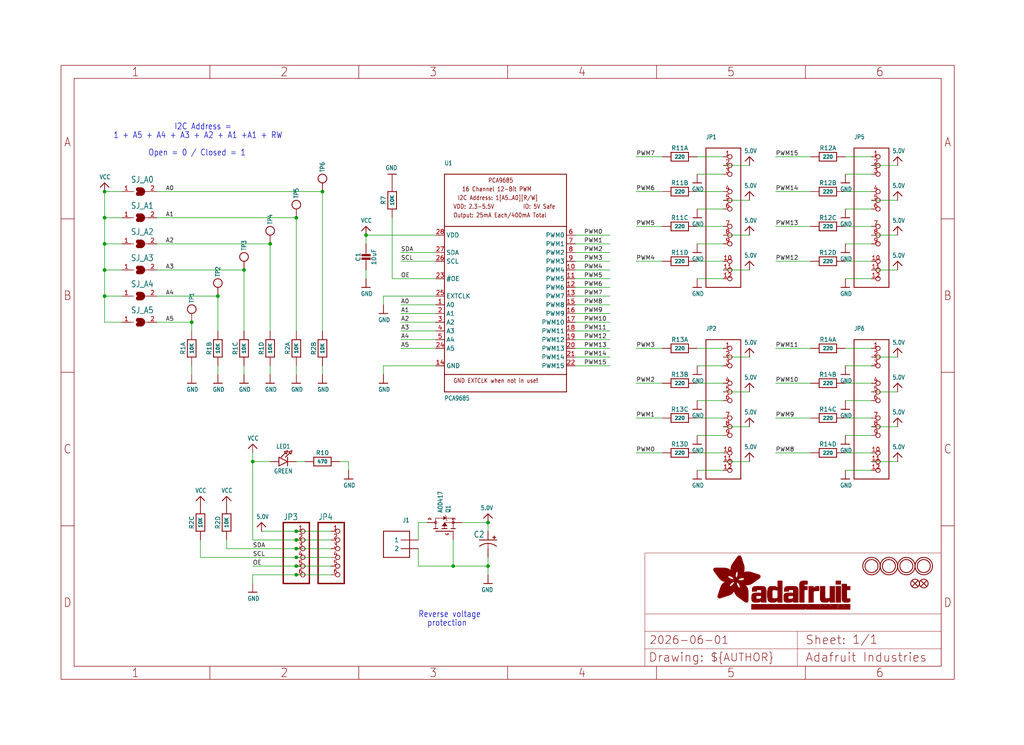
<source format=kicad_sch>
(kicad_sch (version 20230121) (generator eeschema)
  (paper "User" 298.45 217.322)
  (lib_symbols
    (symbol "Adafruit PCA9685 rev C-eagle-import:5.0V" (power)
      (property "Value" "5.0V" (at -1.524 1.016 0))
      (symbol "5.0V_1_0"
        (pin power_in line (at 0 -2.54 90) (length 2.54) (name "5.0V") (number "1"))
      )
    )
    (symbol "Adafruit PCA9685 rev C-eagle-import:CAP_CERAMIC0805-NOOUTLINE"
      (property "Reference" "C" (at -2.29 1.25 90))
      (symbol "CAP_CERAMIC0805-NOOUTLINE_1_0"
        (pin passive line (at 0 5.08 270) (length 2.54) (name "1") (number "1"))
        (pin passive line (at 0 -2.54 90) (length 2.54) (name "2") (number "2"))
      )
    )
    (symbol "Adafruit PCA9685 rev C-eagle-import:CPOL-USE3.5-8"
      (property "Reference" "C" (at 1.016 0.635 0))
      (symbol "CPOL-USE3.5-8_1_0"
        (pin passive line (at 0 2.54 270) (length 2.54) (name "+") (number "+"))
        (pin passive line (at 0 -5.08 90) (length 2.54) (name "-") (number "-"))
      )
    )
    (symbol "Adafruit PCA9685 rev C-eagle-import:FIDUCIAL{dblquote}{dblquote}")
    (symbol "Adafruit PCA9685 rev C-eagle-import:FRAME_A4_ADAFRUIT"
      (symbol "FRAME_A4_ADAFRUIT_1_0"
        (text "${#}/${##}" (at 230.505 10.16 0) (effects (font (size 2.54 2.54)) (justify left bottom)))
        (text "${AUTHOR}" (at 189.23 5.08 0) (effects (font (size 2.286 2.286)) (justify left bottom)))
        (text "${CURRENT_DATE}" (at 171.45 10.16 0) (effects (font (size 2.286 2.286)) (justify left bottom)))
        (text "${PROJECTNAME}" (at 171.45 15.24 0) (effects (font (size 2.54 2.54)) (justify left bottom)))
        (text "1" (at 21.6958 1.905 0) (effects (font (size 2.54 2.286))))
        (text "1" (at 21.6958 177.165 0) (effects (font (size 2.54 2.286))))
        (text "2" (at 65.0875 1.905 0) (effects (font (size 2.54 2.286))))
        (text "2" (at 65.0875 177.165 0) (effects (font (size 2.54 2.286))))
        (text "3" (at 108.4792 1.905 0) (effects (font (size 2.54 2.286))))
        (text "3" (at 108.4792 177.165 0) (effects (font (size 2.54 2.286))))
        (text "4" (at 151.8708 1.905 0) (effects (font (size 2.54 2.286))))
        (text "4" (at 151.8708 177.165 0) (effects (font (size 2.54 2.286))))
        (text "5" (at 195.2625 1.905 0) (effects (font (size 2.54 2.286))))
        (text "5" (at 195.2625 177.165 0) (effects (font (size 2.54 2.286))))
        (text "6" (at 238.6542 1.905 0) (effects (font (size 2.54 2.286))))
        (text "6" (at 238.6542 177.165 0) (effects (font (size 2.54 2.286))))
        (text "A" (at 1.905 156.6863 0) (effects (font (size 2.54 2.286))))
        (text "A" (at 258.445 156.6863 0) (effects (font (size 2.54 2.286))))
        (text "Adafruit Industries" (at 216.916 4.953 0) (effects (font (size 2.54 2.54)) (justify left bottom)))
        (text "B" (at 1.905 111.9188 0) (effects (font (size 2.54 2.286))))
        (text "B" (at 258.445 111.9188 0) (effects (font (size 2.54 2.286))))
        (text "C" (at 1.905 67.1513 0) (effects (font (size 2.54 2.286))))
        (text "C" (at 258.445 67.1513 0) (effects (font (size 2.54 2.286))))
        (text "D" (at 1.905 22.3838 0) (effects (font (size 2.54 2.286))))
        (text "D" (at 258.445 22.3838 0) (effects (font (size 2.54 2.286))))
        (text "Drawing:" (at 171.196 4.953 0) (effects (font (size 2.54 2.54)) (justify left bottom)))
        (text "Sheet:" (at 216.916 10.033 0) (effects (font (size 2.54 2.54)) (justify left bottom)))
      )
    )
    (symbol "Adafruit PCA9685 rev C-eagle-import:GND" (power)
      (property "Value" "GND" (at -1.524 -2.54 0))
      (symbol "GND_1_0"
        (pin power_in line (at 0 2.54 270) (length 2.54) (name "GND") (number "1"))
      )
    )
    (symbol "Adafruit PCA9685 rev C-eagle-import:HEADER-3X04"
      (property "Reference" "JP" (at -5.08 22.86 0))
      (symbol "HEADER-3X04_1_0"
        (pin passive inverted (at 0 17.78 0) (length 2.54) (name "1") (number "1"))
        (pin passive inverted (at 0 -12.7 0) (length 2.54) (name "10") (number "10"))
        (pin passive inverted (at 0 -15.24 0) (length 2.54) (name "11") (number "11"))
        (pin passive inverted (at 0 -17.78 0) (length 2.54) (name "12") (number "12"))
        (pin passive inverted (at 0 15.24 0) (length 2.54) (name "2") (number "2"))
        (pin passive inverted (at 0 12.7 0) (length 2.54) (name "3") (number "3"))
        (pin passive inverted (at 0 7.62 0) (length 2.54) (name "4") (number "4"))
        (pin passive inverted (at 0 5.08 0) (length 2.54) (name "5") (number "5"))
        (pin passive inverted (at 0 2.54 0) (length 2.54) (name "6") (number "6"))
        (pin passive inverted (at 0 -2.54 0) (length 2.54) (name "7") (number "7"))
        (pin passive inverted (at 0 -5.08 0) (length 2.54) (name "8") (number "8"))
        (pin passive inverted (at 0 -7.62 0) (length 2.54) (name "9") (number "9"))
      )
    )
    (symbol "Adafruit PCA9685 rev C-eagle-import:LED0805_NOOUTLINE"
      (property "Reference" "D" (at -1.27 4.445 0))
      (symbol "LED0805_NOOUTLINE_1_0"
        (pin passive line (at -5.08 0 0) (length 2.54) (name "A") (number "A"))
        (pin passive line (at 2.54 0 180) (length 2.54) (name "C") (number "C"))
      )
    )
    (symbol "Adafruit PCA9685 rev C-eagle-import:MOSFET-PTO252"
      (property "Reference" "Q" (at 2.794 0.381 0))
      (symbol "MOSFET-PTO252_1_0"
        (text "D" (at 0.635 -3.81 0) (effects (font (size 0.8128 0.6908)) (justify left bottom)))
        (text "G" (at -3.81 1.27 0) (effects (font (size 0.8128 0.6908)) (justify left bottom)))
        (text "S" (at 0.635 3.175 0) (effects (font (size 0.8128 0.6908)) (justify left bottom)))
        (pin passive line (at -5.08 2.54 0) (length 2.54) (name "G") (number "1"))
        (pin passive line (at 0 5.08 270) (length 2.54) (name "S") (number "2"))
        (pin passive line (at 0 -5.08 90) (length 2.54) (name "D") (number "3"))
      )
    )
    (symbol "Adafruit PCA9685 rev C-eagle-import:MOUNTINGHOLE2.5")
    (symbol "Adafruit PCA9685 rev C-eagle-import:PCA9685"
      (property "Reference" "U" (at -17.78 35.56 0))
      (symbol "PCA9685_1_0"
        (text "16 Channel 12-Bit PWM" (at -12.7 27.94 0) (effects (font (size 1.27 1.0795)) (justify left bottom)))
        (text "GND EXTCLK when not in use!" (at -15.24 -27.94 0) (effects (font (size 1.27 1.0795)) (justify left bottom)))
        (text "I2C Address: 1[A5..A0][R/W]" (at -13.97 25.4 0) (effects (font (size 1.27 1.0795)) (justify left bottom)))
        (text "IO: 5V Safe" (at 5.08 22.86 0) (effects (font (size 1.27 1.0795)) (justify left bottom)))
        (text "Output: 25mA Each/400mA Total" (at -15.24 20.32 0) (effects (font (size 1.27 1.0795)) (justify left bottom)))
        (text "PCA9685" (at -5.08 30.48 0) (effects (font (size 1.27 1.0795)) (justify left bottom)))
        (text "VDD: 2.3-5.5V" (at -15.24 22.86 0) (effects (font (size 1.27 1.0795)) (justify left bottom)))
        (pin bidirectional line (at -20.32 -5.08 0) (length 2.54) (name "A0") (number "1"))
        (pin output line (at 20.32 5.08 180) (length 2.54) (name "PWM4") (number "10"))
        (pin output line (at 20.32 2.54 180) (length 2.54) (name "PWM5") (number "11"))
        (pin output line (at 20.32 0 180) (length 2.54) (name "PWM6") (number "12"))
        (pin output line (at 20.32 -2.54 180) (length 2.54) (name "PWM7") (number "13"))
        (pin power_in line (at -20.32 -22.86 0) (length 2.54) (name "GND") (number "14"))
        (pin output line (at 20.32 -5.08 180) (length 2.54) (name "PWM8") (number "15"))
        (pin output line (at 20.32 -7.62 180) (length 2.54) (name "PWM9") (number "16"))
        (pin output line (at 20.32 -10.16 180) (length 2.54) (name "PWM10") (number "17"))
        (pin output line (at 20.32 -12.7 180) (length 2.54) (name "PWM11") (number "18"))
        (pin output line (at 20.32 -15.24 180) (length 2.54) (name "PWM12") (number "19"))
        (pin bidirectional line (at -20.32 -7.62 0) (length 2.54) (name "A1") (number "2"))
        (pin output line (at 20.32 -17.78 180) (length 2.54) (name "PWM13") (number "20"))
        (pin output line (at 20.32 -20.32 180) (length 2.54) (name "PWM14") (number "21"))
        (pin output line (at 20.32 -22.86 180) (length 2.54) (name "PWM15") (number "22"))
        (pin input line (at -20.32 2.54 0) (length 2.54) (name "#OE") (number "23"))
        (pin bidirectional line (at -20.32 -17.78 0) (length 2.54) (name "A5") (number "24"))
        (pin input line (at -20.32 -2.54 0) (length 2.54) (name "EXTCLK") (number "25"))
        (pin bidirectional line (at -20.32 7.62 0) (length 2.54) (name "SCL") (number "26"))
        (pin bidirectional line (at -20.32 10.16 0) (length 2.54) (name "SDA") (number "27"))
        (pin power_in line (at -20.32 15.24 0) (length 2.54) (name "VDD") (number "28"))
        (pin bidirectional line (at -20.32 -10.16 0) (length 2.54) (name "A2") (number "3"))
        (pin bidirectional line (at -20.32 -12.7 0) (length 2.54) (name "A3") (number "4"))
        (pin bidirectional line (at -20.32 -15.24 0) (length 2.54) (name "A4") (number "5"))
        (pin output line (at 20.32 15.24 180) (length 2.54) (name "PWM0") (number "6"))
        (pin output line (at 20.32 12.7 180) (length 2.54) (name "PWM1") (number "7"))
        (pin output line (at 20.32 10.16 180) (length 2.54) (name "PWM2") (number "8"))
        (pin output line (at 20.32 7.62 180) (length 2.54) (name "PWM3") (number "9"))
      )
    )
    (symbol "Adafruit PCA9685 rev C-eagle-import:PINHD-1X6CB"
      (property "Reference" "JP" (at -6.35 10.795 0))
      (symbol "PINHD-1X6CB_1_0"
        (pin passive inverted (at -2.54 7.62 0) (length 2.54) (name "1") (number "1"))
        (pin passive inverted (at -2.54 5.08 0) (length 2.54) (name "2") (number "2"))
        (pin passive inverted (at -2.54 2.54 0) (length 2.54) (name "3") (number "3"))
        (pin passive inverted (at -2.54 0 0) (length 2.54) (name "4") (number "4"))
        (pin passive inverted (at -2.54 -2.54 0) (length 2.54) (name "5") (number "5"))
        (pin passive inverted (at -2.54 -5.08 0) (length 2.54) (name "6") (number "6"))
      )
    )
    (symbol "Adafruit PCA9685 rev C-eagle-import:RESISTOR0805_NOOUTLINE"
      (property "Reference" "R" (at 0 2.54 0))
      (symbol "RESISTOR0805_NOOUTLINE_1_0"
        (pin passive line (at -5.08 0 0) (length 2.54) (name "1") (number "1"))
        (pin passive line (at 5.08 0 180) (length 2.54) (name "2") (number "2"))
      )
    )
    (symbol "Adafruit PCA9685 rev C-eagle-import:RESISTOR_0805MP"
      (property "Reference" "R" (at 0 2.54 0))
      (symbol "RESISTOR_0805MP_1_0"
        (pin passive line (at -5.08 0 0) (length 2.54) (name "1") (number "1"))
        (pin passive line (at 5.08 0 180) (length 2.54) (name "2") (number "2"))
      )
    )
    (symbol "Adafruit PCA9685 rev C-eagle-import:RESISTOR_4PACK"
      (property "Reference" "R" (at 0 2.54 0))
      (symbol "RESISTOR_4PACK_1_0"
        (pin passive line (at -5.08 0 0) (length 2.54) (name "1") (number "1"))
        (pin passive line (at 5.08 0 180) (length 2.54) (name "2") (number "8"))
      )
      (symbol "RESISTOR_4PACK_2_0"
        (pin passive line (at -5.08 0 0) (length 2.54) (name "1") (number "2"))
        (pin passive line (at 5.08 0 180) (length 2.54) (name "2") (number "7"))
      )
      (symbol "RESISTOR_4PACK_3_0"
        (pin passive line (at -5.08 0 0) (length 2.54) (name "1") (number "3"))
        (pin passive line (at 5.08 0 180) (length 2.54) (name "2") (number "6"))
      )
      (symbol "RESISTOR_4PACK_4_0"
        (pin passive line (at -5.08 0 0) (length 2.54) (name "1") (number "4"))
        (pin passive line (at 5.08 0 180) (length 2.54) (name "2") (number "5"))
      )
    )
    (symbol "Adafruit PCA9685 rev C-eagle-import:SOLDERJUMPERREFLOW_NOPASTE"
      (property "Reference" "SJ" (at -2.54 2.54 0))
      (symbol "SOLDERJUMPERREFLOW_NOPASTE_1_0"
        (pin passive line (at -5.08 0 0) (length 2.54) (name "1") (number "1"))
        (pin passive line (at 5.08 0 180) (length 2.54) (name "2") (number "2"))
      )
    )
    (symbol "Adafruit PCA9685 rev C-eagle-import:TERMBLOCK_1X2"
      (property "Reference" "X" (at -2.54 7.62 0))
      (symbol "TERMBLOCK_1X2_1_0"
        (pin passive line (at -5.08 2.54 0) (length 5.08) (name "1") (number "1"))
        (pin passive line (at -5.08 0 0) (length 5.08) (name "2") (number "2"))
      )
    )
    (symbol "Adafruit PCA9685 rev C-eagle-import:TESTPOINTROUND1MM"
      (property "Reference" "TP" (at 0 5.588 90))
      (symbol "TESTPOINTROUND1MM_1_0"
        (pin bidirectional line (at 0 0 90) (length 2.54) (name "P$1") (number "P$1"))
      )
    )
    (symbol "Adafruit PCA9685 rev C-eagle-import:VCC" (power)
      (property "Value" "VCC" (at -1.524 1.016 0))
      (symbol "VCC_1_0"
        (pin power_in line (at 0 -2.54 90) (length 2.54) (name "VCC") (number "1"))
      )
    )
  )
  (junction (at 86.36 162.56))
  (junction (at 142.24 165.1))
  (junction (at 132.08 165.1))
  (junction (at 71.12 78.74))
  (junction (at 86.36 167.64))
  (junction (at 86.36 157.48))
  (junction (at 78.74 71.12))
  (junction (at 63.5 86.36))
  (junction (at 55.88 93.98))
  (junction (at 30.48 78.74))
  (junction (at 106.68 68.58))
  (junction (at 86.36 165.1))
  (junction (at 30.48 86.36))
  (junction (at 30.48 63.5))
  (junction (at 86.36 63.5))
  (junction (at 142.24 152.4))
  (junction (at 86.36 154.94))
  (junction (at 30.48 71.12))
  (junction (at 73.66 134.62))
  (junction (at 30.48 55.88))
  (junction (at 86.36 160.02))
  (junction (at 93.98 55.88))
  (wire (pts (xy 210.82 48.26) (xy 218.44 48.26)) (stroke (width 0.1524)))
  (wire (pts (xy 254 137.16) (xy 246.38 137.16)) (stroke (width 0.1524)))
  (wire (pts (xy 71.12 78.74) (xy 71.12 96.52)) (stroke (width 0.1524)))
  (wire (pts (xy 127 101.6) (xy 116.84 101.6)) (stroke (width 0.1524)))
  (wire (pts (xy 127 99.06) (xy 116.84 99.06)) (stroke (width 0.1524)))
  (wire (pts (xy 86.36 134.62) (xy 88.9 134.62)) (stroke (width 0.1524)))
  (wire (pts (xy 193.04 121.92) (xy 185.42 121.92)) (stroke (width 0.1524)))
  (wire (pts (xy 203.2 66.04) (xy 210.82 66.04)) (stroke (width 0.1524)))
  (wire (pts (xy 167.64 78.74) (xy 177.8 78.74)) (stroke (width 0.1524)))
  (wire (pts (xy 121.92 165.1) (xy 121.92 160.02)) (stroke (width 0.1524)))
  (wire (pts (xy 167.64 81.28) (xy 177.8 81.28)) (stroke (width 0.1524)))
  (wire (pts (xy 78.74 106.68) (xy 78.74 109.22)) (stroke (width 0.1524)))
  (wire (pts (xy 210.82 116.84) (xy 203.2 116.84)) (stroke (width 0.1524)))
  (wire (pts (xy 193.04 76.2) (xy 185.42 76.2)) (stroke (width 0.1524)))
  (wire (pts (xy 167.64 76.2) (xy 177.8 76.2)) (stroke (width 0.1524)))
  (wire (pts (xy 30.48 86.36) (xy 30.48 78.74)) (stroke (width 0.1524)))
  (wire (pts (xy 254 106.68) (xy 246.38 106.68)) (stroke (width 0.1524)))
  (wire (pts (xy 167.64 93.98) (xy 177.8 93.98)) (stroke (width 0.1524)))
  (wire (pts (xy 35.56 78.74) (xy 30.48 78.74)) (stroke (width 0.1524)))
  (wire (pts (xy 142.24 165.1) (xy 142.24 167.64)) (stroke (width 0.1524)))
  (wire (pts (xy 106.68 68.58) (xy 127 68.58)) (stroke (width 0.1524)))
  (wire (pts (xy 236.22 121.92) (xy 226.06 121.92)) (stroke (width 0.1524)))
  (wire (pts (xy 55.88 93.98) (xy 55.88 96.52)) (stroke (width 0.1524)))
  (wire (pts (xy 73.66 157.48) (xy 73.66 134.62)) (stroke (width 0.1524)))
  (wire (pts (xy 254 68.58) (xy 261.62 68.58)) (stroke (width 0.1524)))
  (wire (pts (xy 193.04 45.72) (xy 185.42 45.72)) (stroke (width 0.1524)))
  (wire (pts (xy 96.52 160.02) (xy 86.36 160.02)) (stroke (width 0.1524)))
  (wire (pts (xy 132.08 157.48) (xy 132.08 165.1)) (stroke (width 0.1524)))
  (wire (pts (xy 127 73.66) (xy 116.84 73.66)) (stroke (width 0.1524)))
  (wire (pts (xy 134.62 152.4) (xy 142.24 152.4)) (stroke (width 0.1524)))
  (wire (pts (xy 55.88 106.68) (xy 55.88 109.22)) (stroke (width 0.1524)))
  (wire (pts (xy 142.24 152.4) (xy 142.24 154.94)) (stroke (width 0.1524)))
  (wire (pts (xy 167.64 101.6) (xy 177.8 101.6)) (stroke (width 0.1524)))
  (wire (pts (xy 254 78.74) (xy 261.62 78.74)) (stroke (width 0.1524)))
  (wire (pts (xy 246.38 111.76) (xy 254 111.76)) (stroke (width 0.1524)))
  (wire (pts (xy 210.82 104.14) (xy 218.44 104.14)) (stroke (width 0.1524)))
  (wire (pts (xy 246.38 66.04) (xy 254 66.04)) (stroke (width 0.1524)))
  (wire (pts (xy 167.64 68.58) (xy 177.8 68.58)) (stroke (width 0.1524)))
  (wire (pts (xy 127 96.52) (xy 116.84 96.52)) (stroke (width 0.1524)))
  (wire (pts (xy 96.52 167.64) (xy 86.36 167.64)) (stroke (width 0.1524)))
  (wire (pts (xy 96.52 157.48) (xy 86.36 157.48)) (stroke (width 0.1524)))
  (wire (pts (xy 142.24 165.1) (xy 132.08 165.1)) (stroke (width 0.1524)))
  (wire (pts (xy 246.38 45.72) (xy 254 45.72)) (stroke (width 0.1524)))
  (wire (pts (xy 167.64 86.36) (xy 177.8 86.36)) (stroke (width 0.1524)))
  (wire (pts (xy 210.82 50.8) (xy 203.2 50.8)) (stroke (width 0.1524)))
  (wire (pts (xy 254 58.42) (xy 261.62 58.42)) (stroke (width 0.1524)))
  (wire (pts (xy 203.2 121.92) (xy 210.82 121.92)) (stroke (width 0.1524)))
  (wire (pts (xy 114.3 81.28) (xy 114.3 63.5)) (stroke (width 0.1524)))
  (wire (pts (xy 93.98 55.88) (xy 93.98 96.52)) (stroke (width 0.1524)))
  (wire (pts (xy 111.76 106.68) (xy 111.76 109.22)) (stroke (width 0.1524)))
  (wire (pts (xy 236.22 45.72) (xy 226.06 45.72)) (stroke (width 0.1524)))
  (wire (pts (xy 185.42 55.88) (xy 193.04 55.88)) (stroke (width 0.1524)))
  (wire (pts (xy 210.82 58.42) (xy 218.44 58.42)) (stroke (width 0.1524)))
  (wire (pts (xy 96.52 162.56) (xy 86.36 162.56)) (stroke (width 0.1524)))
  (wire (pts (xy 86.36 63.5) (xy 86.36 96.52)) (stroke (width 0.1524)))
  (wire (pts (xy 210.82 106.68) (xy 203.2 106.68)) (stroke (width 0.1524)))
  (wire (pts (xy 30.48 93.98) (xy 30.48 86.36)) (stroke (width 0.1524)))
  (wire (pts (xy 254 114.3) (xy 261.62 114.3)) (stroke (width 0.1524)))
  (wire (pts (xy 45.72 78.74) (xy 71.12 78.74)) (stroke (width 0.1524)))
  (wire (pts (xy 106.68 78.74) (xy 106.68 81.28)) (stroke (width 0.1524)))
  (wire (pts (xy 210.82 124.46) (xy 218.44 124.46)) (stroke (width 0.1524)))
  (wire (pts (xy 167.64 96.52) (xy 177.8 96.52)) (stroke (width 0.1524)))
  (wire (pts (xy 66.04 160.02) (xy 66.04 157.48)) (stroke (width 0.1524)))
  (wire (pts (xy 127 93.98) (xy 116.84 93.98)) (stroke (width 0.1524)))
  (wire (pts (xy 86.36 154.94) (xy 96.52 154.94)) (stroke (width 0.1524)))
  (wire (pts (xy 193.04 66.04) (xy 185.42 66.04)) (stroke (width 0.1524)))
  (wire (pts (xy 203.2 76.2) (xy 210.82 76.2)) (stroke (width 0.1524)))
  (wire (pts (xy 203.2 55.88) (xy 210.82 55.88)) (stroke (width 0.1524)))
  (wire (pts (xy 35.56 63.5) (xy 30.48 63.5)) (stroke (width 0.1524)))
  (wire (pts (xy 76.2 154.94) (xy 86.36 154.94)) (stroke (width 0.1524)))
  (wire (pts (xy 35.56 55.88) (xy 30.48 55.88)) (stroke (width 0.1524)))
  (wire (pts (xy 73.66 167.64) (xy 73.66 170.18)) (stroke (width 0.1524)))
  (wire (pts (xy 210.82 81.28) (xy 203.2 81.28)) (stroke (width 0.1524)))
  (wire (pts (xy 86.36 162.56) (xy 58.42 162.56)) (stroke (width 0.1524)))
  (wire (pts (xy 30.48 78.74) (xy 30.48 71.12)) (stroke (width 0.1524)))
  (wire (pts (xy 210.82 114.3) (xy 218.44 114.3)) (stroke (width 0.1524)))
  (wire (pts (xy 246.38 55.88) (xy 254 55.88)) (stroke (width 0.1524)))
  (wire (pts (xy 73.66 134.62) (xy 73.66 132.08)) (stroke (width 0.1524)))
  (wire (pts (xy 246.38 132.08) (xy 254 132.08)) (stroke (width 0.1524)))
  (wire (pts (xy 254 127) (xy 246.38 127)) (stroke (width 0.1524)))
  (wire (pts (xy 203.2 45.72) (xy 210.82 45.72)) (stroke (width 0.1524)))
  (wire (pts (xy 30.48 71.12) (xy 30.48 63.5)) (stroke (width 0.1524)))
  (wire (pts (xy 210.82 137.16) (xy 203.2 137.16)) (stroke (width 0.1524)))
  (wire (pts (xy 210.82 68.58) (xy 218.44 68.58)) (stroke (width 0.1524)))
  (wire (pts (xy 210.82 78.74) (xy 218.44 78.74)) (stroke (width 0.1524)))
  (wire (pts (xy 121.92 152.4) (xy 121.92 157.48)) (stroke (width 0.1524)))
  (wire (pts (xy 78.74 71.12) (xy 78.74 96.52)) (stroke (width 0.1524)))
  (wire (pts (xy 254 50.8) (xy 246.38 50.8)) (stroke (width 0.1524)))
  (wire (pts (xy 236.22 55.88) (xy 226.06 55.88)) (stroke (width 0.1524)))
  (wire (pts (xy 254 134.62) (xy 261.62 134.62)) (stroke (width 0.1524)))
  (wire (pts (xy 45.72 71.12) (xy 78.74 71.12)) (stroke (width 0.1524)))
  (wire (pts (xy 167.64 71.12) (xy 177.8 71.12)) (stroke (width 0.1524)))
  (wire (pts (xy 193.04 111.76) (xy 185.42 111.76)) (stroke (width 0.1524)))
  (wire (pts (xy 167.64 106.68) (xy 177.8 106.68)) (stroke (width 0.1524)))
  (wire (pts (xy 127 81.28) (xy 114.3 81.28)) (stroke (width 0.1524)))
  (wire (pts (xy 254 124.46) (xy 261.62 124.46)) (stroke (width 0.1524)))
  (wire (pts (xy 203.2 101.6) (xy 210.82 101.6)) (stroke (width 0.1524)))
  (wire (pts (xy 167.64 83.82) (xy 177.8 83.82)) (stroke (width 0.1524)))
  (wire (pts (xy 45.72 55.88) (xy 93.98 55.88)) (stroke (width 0.1524)))
  (wire (pts (xy 246.38 101.6) (xy 254 101.6)) (stroke (width 0.1524)))
  (wire (pts (xy 127 91.44) (xy 116.84 91.44)) (stroke (width 0.1524)))
  (wire (pts (xy 203.2 132.08) (xy 210.82 132.08)) (stroke (width 0.1524)))
  (wire (pts (xy 86.36 165.1) (xy 73.66 165.1)) (stroke (width 0.1524)))
  (wire (pts (xy 210.82 60.96) (xy 203.2 60.96)) (stroke (width 0.1524)))
  (wire (pts (xy 127 106.68) (xy 111.76 106.68)) (stroke (width 0.1524)))
  (wire (pts (xy 236.22 132.08) (xy 226.06 132.08)) (stroke (width 0.1524)))
  (wire (pts (xy 111.76 86.36) (xy 111.76 88.9)) (stroke (width 0.1524)))
  (wire (pts (xy 203.2 111.76) (xy 210.82 111.76)) (stroke (width 0.1524)))
  (wire (pts (xy 193.04 132.08) (xy 185.42 132.08)) (stroke (width 0.1524)))
  (wire (pts (xy 71.12 106.68) (xy 71.12 109.22)) (stroke (width 0.1524)))
  (wire (pts (xy 254 81.28) (xy 246.38 81.28)) (stroke (width 0.1524)))
  (wire (pts (xy 254 60.96) (xy 246.38 60.96)) (stroke (width 0.1524)))
  (wire (pts (xy 96.52 165.1) (xy 86.36 165.1)) (stroke (width 0.1524)))
  (wire (pts (xy 73.66 134.62) (xy 78.74 134.62)) (stroke (width 0.1524)))
  (wire (pts (xy 45.72 63.5) (xy 86.36 63.5)) (stroke (width 0.1524)))
  (wire (pts (xy 193.04 101.6) (xy 185.42 101.6)) (stroke (width 0.1524)))
  (wire (pts (xy 127 88.9) (xy 116.84 88.9)) (stroke (width 0.1524)))
  (wire (pts (xy 167.64 88.9) (xy 177.8 88.9)) (stroke (width 0.1524)))
  (wire (pts (xy 99.06 134.62) (xy 101.6 134.62)) (stroke (width 0.1524)))
  (wire (pts (xy 86.36 167.64) (xy 73.66 167.64)) (stroke (width 0.1524)))
  (wire (pts (xy 132.08 165.1) (xy 121.92 165.1)) (stroke (width 0.1524)))
  (wire (pts (xy 210.82 127) (xy 203.2 127)) (stroke (width 0.1524)))
  (wire (pts (xy 127 86.36) (xy 111.76 86.36)) (stroke (width 0.1524)))
  (wire (pts (xy 254 116.84) (xy 246.38 116.84)) (stroke (width 0.1524)))
  (wire (pts (xy 167.64 104.14) (xy 177.8 104.14)) (stroke (width 0.1524)))
  (wire (pts (xy 236.22 76.2) (xy 226.06 76.2)) (stroke (width 0.1524)))
  (wire (pts (xy 167.64 73.66) (xy 177.8 73.66)) (stroke (width 0.1524)))
  (wire (pts (xy 30.48 63.5) (xy 30.48 55.88)) (stroke (width 0.1524)))
  (wire (pts (xy 35.56 93.98) (xy 30.48 93.98)) (stroke (width 0.1524)))
  (wire (pts (xy 63.5 106.68) (xy 63.5 109.22)) (stroke (width 0.1524)))
  (wire (pts (xy 142.24 162.56) (xy 142.24 165.1)) (stroke (width 0.1524)))
  (wire (pts (xy 86.36 106.68) (xy 86.36 109.22)) (stroke (width 0.1524)))
  (wire (pts (xy 236.22 101.6) (xy 226.06 101.6)) (stroke (width 0.1524)))
  (wire (pts (xy 127 76.2) (xy 116.84 76.2)) (stroke (width 0.1524)))
  (wire (pts (xy 86.36 157.48) (xy 73.66 157.48)) (stroke (width 0.1524)))
  (wire (pts (xy 254 48.26) (xy 261.62 48.26)) (stroke (width 0.1524)))
  (wire (pts (xy 246.38 121.92) (xy 254 121.92)) (stroke (width 0.1524)))
  (wire (pts (xy 101.6 134.62) (xy 101.6 137.16)) (stroke (width 0.1524)))
  (wire (pts (xy 86.36 160.02) (xy 66.04 160.02)) (stroke (width 0.1524)))
  (wire (pts (xy 254 71.12) (xy 246.38 71.12)) (stroke (width 0.1524)))
  (wire (pts (xy 106.68 68.58) (xy 106.68 71.12)) (stroke (width 0.1524)))
  (wire (pts (xy 236.22 111.76) (xy 226.06 111.76)) (stroke (width 0.1524)))
  (wire (pts (xy 167.64 99.06) (xy 177.8 99.06)) (stroke (width 0.1524)))
  (wire (pts (xy 93.98 106.68) (xy 93.98 109.22)) (stroke (width 0.1524)))
  (wire (pts (xy 236.22 66.04) (xy 226.06 66.04)) (stroke (width 0.1524)))
  (wire (pts (xy 63.5 86.36) (xy 63.5 96.52)) (stroke (width 0.1524)))
  (wire (pts (xy 124.46 152.4) (xy 121.92 152.4)) (stroke (width 0.1524)))
  (wire (pts (xy 167.64 91.44) (xy 177.8 91.44)) (stroke (width 0.1524)))
  (wire (pts (xy 45.72 93.98) (xy 55.88 93.98)) (stroke (width 0.1524)))
  (wire (pts (xy 210.82 134.62) (xy 218.44 134.62)) (stroke (width 0.1524)))
  (wire (pts (xy 35.56 71.12) (xy 30.48 71.12)) (stroke (width 0.1524)))
  (wire (pts (xy 58.42 162.56) (xy 58.42 157.48)) (stroke (width 0.1524)))
  (wire (pts (xy 35.56 86.36) (xy 30.48 86.36)) (stroke (width 0.1524)))
  (wire (pts (xy 210.82 71.12) (xy 203.2 71.12)) (stroke (width 0.1524)))
  (wire (pts (xy 254 104.14) (xy 261.62 104.14)) (stroke (width 0.1524)))
  (wire (pts (xy 246.38 76.2) (xy 254 76.2)) (stroke (width 0.1524)))
  (wire (pts (xy 45.72 86.36) (xy 63.5 86.36)) (stroke (width 0.1524)))
  (text "I2C Address =" (at 50.8 38.1 0) (effects (font (size 1.778 1.5113)) (justify left bottom)))
  (text "Reverse voltage" (at 121.92 180.34 0) (effects (font (size 1.778 1.5113)) (justify left bottom)))
  (text "Open = 0 / Closed = 1" (at 43.18 45.72 0) (effects (font (size 1.778 1.5113)) (justify left bottom)))
  (text "1 + A5 + A4 + A3 + A2 + A1 +A1 + RW" (at 33.02 40.64 0) (effects (font (size 1.778 1.5113)) (justify left bottom)))
  (text "protection" (at 124.46 182.88 0) (effects (font (size 1.778 1.5113)) (justify left bottom)))
  (label "PWM7" (at 170.18 86.36 0) (effects (font (size 1.2446 1.2446))))
  (label "PWM8" (at 226.06 132.08 0) (effects (font (size 1.2446 1.2446))))
  (label "PWM6" (at 170.18 83.82 0) (effects (font (size 1.2446 1.2446))))
  (label "A4" (at 116.84 99.06 0) (effects (font (size 1.2446 1.2446))))
  (label "A1" (at 116.84 91.44 0) (effects (font (size 1.2446 1.2446))))
  (label "PWM7" (at 185.42 45.72 0) (effects (font (size 1.2446 1.2446))))
  (label "A0" (at 48.26 55.88 0) (effects (font (size 1.2446 1.2446))))
  (label "PWM6" (at 185.42 55.88 0) (effects (font (size 1.2446 1.2446))))
  (label "SCL" (at 116.84 76.2 0) (effects (font (size 1.2446 1.2446))))
  (label "PWM9" (at 170.18 91.44 0) (effects (font (size 1.2446 1.2446))))
  (label "SDA" (at 116.84 73.66 0) (effects (font (size 1.2446 1.2446))))
  (label "SCL" (at 73.66 162.56 0) (effects (font (size 1.2446 1.2446))))
  (label "PWM10" (at 170.18 93.98 0) (effects (font (size 1.2446 1.2446))))
  (label "A3" (at 116.84 96.52 0) (effects (font (size 1.2446 1.2446))))
  (label "PWM5" (at 170.18 81.28 0) (effects (font (size 1.2446 1.2446))))
  (label "PWM5" (at 185.42 66.04 0) (effects (font (size 1.2446 1.2446))))
  (label "A4" (at 48.26 86.36 0) (effects (font (size 1.2446 1.2446))))
  (label "PWM3" (at 185.42 101.6 0) (effects (font (size 1.2446 1.2446))))
  (label "PWM2" (at 185.42 111.76 0) (effects (font (size 1.2446 1.2446))))
  (label "A5" (at 48.26 93.98 0) (effects (font (size 1.2446 1.2446))))
  (label "A1" (at 48.26 63.5 0) (effects (font (size 1.2446 1.2446))))
  (label "PWM15" (at 170.18 106.68 0) (effects (font (size 1.2446 1.2446))))
  (label "PWM14" (at 226.06 55.88 0) (effects (font (size 1.2446 1.2446))))
  (label "PWM0" (at 185.42 132.08 0) (effects (font (size 1.2446 1.2446))))
  (label "OE" (at 73.66 165.1 0) (effects (font (size 1.2446 1.2446))))
  (label "PWM0" (at 170.18 68.58 0) (effects (font (size 1.2446 1.2446))))
  (label "PWM4" (at 170.18 78.74 0) (effects (font (size 1.2446 1.2446))))
  (label "PWM12" (at 226.06 76.2 0) (effects (font (size 1.2446 1.2446))))
  (label "SDA" (at 73.66 160.02 0) (effects (font (size 1.2446 1.2446))))
  (label "PWM11" (at 170.18 96.52 0) (effects (font (size 1.2446 1.2446))))
  (label "PWM13" (at 226.06 66.04 0) (effects (font (size 1.2446 1.2446))))
  (label "PWM12" (at 170.18 99.06 0) (effects (font (size 1.2446 1.2446))))
  (label "A2" (at 48.26 71.12 0) (effects (font (size 1.2446 1.2446))))
  (label "PWM9" (at 226.06 121.92 0) (effects (font (size 1.2446 1.2446))))
  (label "A5" (at 116.84 101.6 0) (effects (font (size 1.2446 1.2446))))
  (label "A2" (at 116.84 93.98 0) (effects (font (size 1.2446 1.2446))))
  (label "PWM2" (at 170.18 73.66 0) (effects (font (size 1.2446 1.2446))))
  (label "PWM1" (at 170.18 71.12 0) (effects (font (size 1.2446 1.2446))))
  (label "OE" (at 116.84 81.28 0) (effects (font (size 1.2446 1.2446))))
  (label "PWM1" (at 185.42 121.92 0) (effects (font (size 1.2446 1.2446))))
  (label "PWM13" (at 170.18 101.6 0) (effects (font (size 1.2446 1.2446))))
  (label "PWM14" (at 170.18 104.14 0) (effects (font (size 1.2446 1.2446))))
  (label "PWM4" (at 185.42 76.2 0) (effects (font (size 1.2446 1.2446))))
  (label "A0" (at 116.84 88.9 0) (effects (font (size 1.2446 1.2446))))
  (label "PWM15" (at 226.06 45.72 0) (effects (font (size 1.2446 1.2446))))
  (label "PWM11" (at 226.06 101.6 0) (effects (font (size 1.2446 1.2446))))
  (label "A3" (at 48.26 78.74 0) (effects (font (size 1.2446 1.2446))))
  (label "PWM10" (at 226.06 111.76 0) (effects (font (size 1.2446 1.2446))))
  (label "PWM8" (at 170.18 88.9 0) (effects (font (size 1.2446 1.2446))))
  (label "PWM3" (at 170.18 76.2 0) (effects (font (size 1.2446 1.2446))))
  (symbol (lib_id "Adafruit PCA9685 rev C-eagle-import:SOLDERJUMPERREFLOW_NOPASTE") (at 40.64 55.88 0) (unit 1)
    (property "Reference" "SJ_A0" (at 38.1 53.34 0) (effects (font (size 1.778 1.5113)) (justify left bottom)))
    (property "Value" "SOLDERJUMPERREFLOW_NOPASTE" (effects hide))
    (property "Footprint" "Adafruit PCA9685 rev C:SOLDERJUMPER_REFLOW_NOPASTE" (effects hide))
  )
  (symbol (lib_id "Adafruit PCA9685 rev C-eagle-import:VCC") (at 106.68 66.04 0) (unit 1)
    (property "Reference" "#P+7" (effects hide))
    (property "Value" "VCC" (at 105.156 65.024 0) (effects (font (size 1.27 1.0795)) (justify left bottom)))
  )
  (symbol (lib_id "Adafruit PCA9685 rev C-eagle-import:RESISTOR_4PACK") (at 198.12 66.04 0) (unit 3)
    (property "Reference" "R11" (at 198.12 63.5 0))
    (property "Value" "220" (at 198.12 66.04 0) (effects (font (size 1.016 1.016) bold)))
    (property "Footprint" "Adafruit PCA9685 rev C:RESPACK_4X0603" (effects hide))
  )
  (symbol (lib_id "Adafruit PCA9685 rev C-eagle-import:GND") (at 111.76 91.44 0) (unit 1)
    (property "Reference" "#U$34" (effects hide))
    (property "Value" "GND" (at 110.236 93.98 0) (effects (font (size 1.27 1.0795)) (justify left bottom)))
  )
  (symbol (lib_id "Adafruit PCA9685 rev C-eagle-import:HEADER-3X04") (at 210.82 119.38 0) (unit 1)
    (property "Reference" "JP2" (at 205.74 96.52 0) (effects (font (size 1.27 1.0795)) (justify left bottom)))
    (property "Value" "HEADER-3X04" (effects hide))
    (property "Footprint" "Adafruit PCA9685 rev C:3X04" (effects hide))
  )
  (symbol (lib_id "Adafruit PCA9685 rev C-eagle-import:RESISTOR_4PACK") (at 198.12 45.72 0) (unit 1)
    (property "Reference" "R11" (at 198.12 43.18 0))
    (property "Value" "220" (at 198.12 45.72 0) (effects (font (size 1.016 1.016) bold)))
    (property "Footprint" "Adafruit PCA9685 rev C:RESPACK_4X0603" (effects hide))
  )
  (symbol (lib_id "Adafruit PCA9685 rev C-eagle-import:MOUNTINGHOLE2.5") (at 254 165.1 0) (unit 1)
    (property "Reference" "U$50" (effects hide))
    (property "Value" "MOUNTINGHOLE2.5" (effects hide))
    (property "Footprint" "Adafruit PCA9685 rev C:MOUNTINGHOLE_2.5_PLATED" (effects hide))
  )
  (symbol (lib_id "Adafruit PCA9685 rev C-eagle-import:5.0V") (at 261.62 111.76 0) (unit 1)
    (property "Reference" "#U$15" (effects hide))
    (property "Value" "5.0V" (at 260.096 110.744 0) (effects (font (size 1.27 1.0795)) (justify left bottom)))
  )
  (symbol (lib_id "Adafruit PCA9685 rev C-eagle-import:5.0V") (at 261.62 45.72 0) (unit 1)
    (property "Reference" "#U$10" (effects hide))
    (property "Value" "5.0V" (at 260.096 44.704 0) (effects (font (size 1.27 1.0795)) (justify left bottom)))
  )
  (symbol (lib_id "Adafruit PCA9685 rev C-eagle-import:RESISTOR_4PACK") (at 86.36 101.6 90) (unit 1)
    (property "Reference" "R2" (at 83.82 101.6 0))
    (property "Value" "10K" (at 86.36 101.6 0) (effects (font (size 1.016 1.016) bold)))
    (property "Footprint" "Adafruit PCA9685 rev C:RESPACK_4X0603" (effects hide))
  )
  (symbol (lib_id "Adafruit PCA9685 rev C-eagle-import:RESISTOR_4PACK") (at 198.12 55.88 0) (unit 2)
    (property "Reference" "R11" (at 198.12 53.34 0))
    (property "Value" "220" (at 198.12 55.88 0) (effects (font (size 1.016 1.016) bold)))
    (property "Footprint" "Adafruit PCA9685 rev C:RESPACK_4X0603" (effects hide))
  )
  (symbol (lib_id "Adafruit PCA9685 rev C-eagle-import:5.0V") (at 261.62 76.2 0) (unit 1)
    (property "Reference" "#U$13" (effects hide))
    (property "Value" "5.0V" (at 260.096 75.184 0) (effects (font (size 1.27 1.0795)) (justify left bottom)))
  )
  (symbol (lib_id "Adafruit PCA9685 rev C-eagle-import:GND") (at 246.38 119.38 0) (unit 1)
    (property "Reference" "#U$26" (effects hide))
    (property "Value" "GND" (at 244.856 121.92 0) (effects (font (size 1.27 1.0795)) (justify left bottom)))
  )
  (symbol (lib_id "Adafruit PCA9685 rev C-eagle-import:HEADER-3X04") (at 254 119.38 0) (unit 1)
    (property "Reference" "JP6" (at 248.92 96.52 0) (effects (font (size 1.27 1.0795)) (justify left bottom)))
    (property "Value" "HEADER-3X04" (effects hide))
    (property "Footprint" "Adafruit PCA9685 rev C:3X04" (effects hide))
  )
  (symbol (lib_id "Adafruit PCA9685 rev C-eagle-import:GND") (at 203.2 63.5 0) (unit 1)
    (property "Reference" "#U$19" (effects hide))
    (property "Value" "GND" (at 201.676 66.04 0) (effects (font (size 1.27 1.0795)) (justify left bottom)))
  )
  (symbol (lib_id "Adafruit PCA9685 rev C-eagle-import:GND") (at 114.3 50.8 180) (unit 1)
    (property "Reference" "#U$52" (effects hide))
    (property "Value" "GND" (at 115.824 48.26 0) (effects (font (size 1.27 1.0795)) (justify left bottom)))
  )
  (symbol (lib_id "Adafruit PCA9685 rev C-eagle-import:5.0V") (at 218.44 66.04 0) (unit 1)
    (property "Reference" "#U$4" (effects hide))
    (property "Value" "5.0V" (at 216.916 65.024 0) (effects (font (size 1.27 1.0795)) (justify left bottom)))
  )
  (symbol (lib_id "Adafruit PCA9685 rev C-eagle-import:GND") (at 246.38 73.66 0) (unit 1)
    (property "Reference" "#U$29" (effects hide))
    (property "Value" "GND" (at 244.856 76.2 0) (effects (font (size 1.27 1.0795)) (justify left bottom)))
  )
  (symbol (lib_id "Adafruit PCA9685 rev C-eagle-import:RESISTOR_4PACK") (at 71.12 101.6 90) (unit 3)
    (property "Reference" "R1" (at 68.58 101.6 0))
    (property "Value" "10K" (at 71.12 101.6 0) (effects (font (size 1.016 1.016) bold)))
    (property "Footprint" "Adafruit PCA9685 rev C:RESPACK_4X0603" (effects hide))
  )
  (symbol (lib_id "Adafruit PCA9685 rev C-eagle-import:CPOL-USE3.5-8") (at 142.24 157.48 0) (mirror y) (unit 1)
    (property "Reference" "C2" (at 141.224 156.845 0) (effects (font (size 1.778 1.5113)) (justify left bottom)))
    (property "Value" "CPOL-USE3.5-8" (effects hide))
    (property "Footprint" "Adafruit PCA9685 rev C:E3,5-8" (effects hide))
  )
  (symbol (lib_id "Adafruit PCA9685 rev C-eagle-import:5.0V") (at 218.44 55.88 0) (unit 1)
    (property "Reference" "#U$3" (effects hide))
    (property "Value" "5.0V" (at 216.916 54.864 0) (effects (font (size 1.27 1.0795)) (justify left bottom)))
  )
  (symbol (lib_id "Adafruit PCA9685 rev C-eagle-import:RESISTOR_4PACK") (at 66.04 152.4 90) (unit 4)
    (property "Reference" "R2" (at 63.5 152.4 0))
    (property "Value" "10K" (at 66.04 152.4 0) (effects (font (size 1.016 1.016) bold)))
    (property "Footprint" "Adafruit PCA9685 rev C:RESPACK_4X0603" (effects hide))
  )
  (symbol (lib_id "Adafruit PCA9685 rev C-eagle-import:RESISTOR_4PACK") (at 241.3 76.2 0) (unit 4)
    (property "Reference" "R12" (at 241.3 73.66 0))
    (property "Value" "220" (at 241.3 76.2 0) (effects (font (size 1.016 1.016) bold)))
    (property "Footprint" "Adafruit PCA9685 rev C:RESPACK_4X0603" (effects hide))
  )
  (symbol (lib_id "Adafruit PCA9685 rev C-eagle-import:RESISTOR_4PACK") (at 198.12 111.76 0) (unit 2)
    (property "Reference" "R13" (at 198.12 109.22 0))
    (property "Value" "220" (at 198.12 111.76 0) (effects (font (size 1.016 1.016) bold)))
    (property "Footprint" "Adafruit PCA9685 rev C:RESPACK_4X0603" (effects hide))
  )
  (symbol (lib_id "Adafruit PCA9685 rev C-eagle-import:5.0V") (at 218.44 101.6 0) (unit 1)
    (property "Reference" "#U$6" (effects hide))
    (property "Value" "5.0V" (at 216.916 100.584 0) (effects (font (size 1.27 1.0795)) (justify left bottom)))
  )
  (symbol (lib_id "Adafruit PCA9685 rev C-eagle-import:CAP_CERAMIC0805-NOOUTLINE") (at 106.68 76.2 0) (unit 1)
    (property "Reference" "C1" (at 104.39 74.95 90))
    (property "Value" "10uF" (at 108.98 74.95 90))
    (property "Footprint" "Adafruit PCA9685 rev C:0805-NO" (effects hide))
  )
  (symbol (lib_id "Adafruit PCA9685 rev C-eagle-import:GND") (at 63.5 111.76 0) (unit 1)
    (property "Reference" "#U$37" (effects hide))
    (property "Value" "GND" (at 61.976 114.3 0) (effects (font (size 1.27 1.0795)) (justify left bottom)))
  )
  (symbol (lib_id "Adafruit PCA9685 rev C-eagle-import:GND") (at 93.98 111.76 0) (unit 1)
    (property "Reference" "#U$41" (effects hide))
    (property "Value" "GND" (at 92.456 114.3 0) (effects (font (size 1.27 1.0795)) (justify left bottom)))
  )
  (symbol (lib_id "Adafruit PCA9685 rev C-eagle-import:VCC") (at 58.42 144.78 0) (unit 1)
    (property "Reference" "#P+11" (effects hide))
    (property "Value" "VCC" (at 56.896 143.764 0) (effects (font (size 1.27 1.0795)) (justify left bottom)))
  )
  (symbol (lib_id "Adafruit PCA9685 rev C-eagle-import:RESISTOR_4PACK") (at 198.12 132.08 0) (unit 4)
    (property "Reference" "R13" (at 198.12 129.54 0))
    (property "Value" "220" (at 198.12 132.08 0) (effects (font (size 1.016 1.016) bold)))
    (property "Footprint" "Adafruit PCA9685 rev C:RESPACK_4X0603" (effects hide))
  )
  (symbol (lib_id "Adafruit PCA9685 rev C-eagle-import:5.0V") (at 218.44 45.72 0) (unit 1)
    (property "Reference" "#U$2" (effects hide))
    (property "Value" "5.0V" (at 216.916 44.704 0) (effects (font (size 1.27 1.0795)) (justify left bottom)))
  )
  (symbol (lib_id "Adafruit PCA9685 rev C-eagle-import:FIDUCIAL{dblquote}{dblquote}") (at 269.24 170.18 0) (unit 1)
    (property "Reference" "FID1" (effects hide))
    (property "Value" "FIDUCIAL{dblquote}{dblquote}" (effects hide))
    (property "Footprint" "Adafruit PCA9685 rev C:FIDUCIAL_1MM" (effects hide))
  )
  (symbol (lib_id "Adafruit PCA9685 rev C-eagle-import:VCC") (at 66.04 144.78 0) (unit 1)
    (property "Reference" "#P+10" (effects hide))
    (property "Value" "VCC" (at 64.516 143.764 0) (effects (font (size 1.27 1.0795)) (justify left bottom)))
  )
  (symbol (lib_id "Adafruit PCA9685 rev C-eagle-import:RESISTOR_4PACK") (at 241.3 121.92 0) (unit 3)
    (property "Reference" "R14" (at 241.3 119.38 0))
    (property "Value" "220" (at 241.3 121.92 0) (effects (font (size 1.016 1.016) bold)))
    (property "Footprint" "Adafruit PCA9685 rev C:RESPACK_4X0603" (effects hide))
  )
  (symbol (lib_id "Adafruit PCA9685 rev C-eagle-import:5.0V") (at 261.62 55.88 0) (unit 1)
    (property "Reference" "#U$11" (effects hide))
    (property "Value" "5.0V" (at 260.096 54.864 0) (effects (font (size 1.27 1.0795)) (justify left bottom)))
  )
  (symbol (lib_id "Adafruit PCA9685 rev C-eagle-import:RESISTOR_4PACK") (at 58.42 152.4 90) (unit 3)
    (property "Reference" "R2" (at 55.88 152.4 0))
    (property "Value" "10K" (at 58.42 152.4 0) (effects (font (size 1.016 1.016) bold)))
    (property "Footprint" "Adafruit PCA9685 rev C:RESPACK_4X0603" (effects hide))
  )
  (symbol (lib_id "Adafruit PCA9685 rev C-eagle-import:MOSFET-PTO252") (at 129.54 152.4 270) (mirror x) (unit 1)
    (property "Reference" "Q1" (at 129.921 149.606 0) (effects (font (size 1.27 1.0795)) (justify left bottom)))
    (property "Value" "AOD417" (at 127.635 149.606 0) (effects (font (size 1.27 1.0795)) (justify left bottom)))
    (property "Footprint" "Adafruit PCA9685 rev C:TO252" (effects hide))
  )
  (symbol (lib_id "Adafruit PCA9685 rev C-eagle-import:MOUNTINGHOLE2.5") (at 264.16 165.1 0) (unit 1)
    (property "Reference" "U$48" (effects hide))
    (property "Value" "MOUNTINGHOLE2.5" (effects hide))
    (property "Footprint" "Adafruit PCA9685 rev C:MOUNTINGHOLE_2.5_PLATED" (effects hide))
  )
  (symbol (lib_id "Adafruit PCA9685 rev C-eagle-import:GND") (at 55.88 111.76 0) (unit 1)
    (property "Reference" "#U$36" (effects hide))
    (property "Value" "GND" (at 54.356 114.3 0) (effects (font (size 1.27 1.0795)) (justify left bottom)))
  )
  (symbol (lib_id "Adafruit PCA9685 rev C-eagle-import:SOLDERJUMPERREFLOW_NOPASTE") (at 40.64 71.12 0) (unit 1)
    (property "Reference" "SJ_A2" (at 38.1 68.58 0) (effects (font (size 1.778 1.5113)) (justify left bottom)))
    (property "Value" "SOLDERJUMPERREFLOW_NOPASTE" (effects hide))
    (property "Footprint" "Adafruit PCA9685 rev C:SOLDERJUMPER_REFLOW_NOPASTE" (effects hide))
  )
  (symbol (lib_id "Adafruit PCA9685 rev C-eagle-import:SOLDERJUMPERREFLOW_NOPASTE") (at 40.64 63.5 0) (unit 1)
    (property "Reference" "SJ_A1" (at 38.1 60.96 0) (effects (font (size 1.778 1.5113)) (justify left bottom)))
    (property "Value" "SOLDERJUMPERREFLOW_NOPASTE" (effects hide))
    (property "Footprint" "Adafruit PCA9685 rev C:SOLDERJUMPER_REFLOW_NOPASTE" (effects hide))
  )
  (symbol (lib_id "Adafruit PCA9685 rev C-eagle-import:SOLDERJUMPERREFLOW_NOPASTE") (at 40.64 78.74 0) (unit 1)
    (property "Reference" "SJ_A3" (at 38.1 76.2 0) (effects (font (size 1.778 1.5113)) (justify left bottom)))
    (property "Value" "SOLDERJUMPERREFLOW_NOPASTE" (effects hide))
    (property "Footprint" "Adafruit PCA9685 rev C:SOLDERJUMPER_REFLOW_NOPASTE" (effects hide))
  )
  (symbol (lib_id "Adafruit PCA9685 rev C-eagle-import:TESTPOINTROUND1MM") (at 86.36 63.5 0) (unit 1)
    (property "Reference" "TP5" (at 86.36 57.912 90) (effects (font (size 1.27 1.0795)) (justify left)))
    (property "Value" "TESTPOINTROUND1MM" (effects hide))
    (property "Footprint" "Adafruit PCA9685 rev C:TESTPOINT_ROUND_1MM" (effects hide))
  )
  (symbol (lib_id "Adafruit PCA9685 rev C-eagle-import:GND") (at 203.2 53.34 0) (unit 1)
    (property "Reference" "#U$18" (effects hide))
    (property "Value" "GND" (at 201.676 55.88 0) (effects (font (size 1.27 1.0795)) (justify left bottom)))
  )
  (symbol (lib_id "Adafruit PCA9685 rev C-eagle-import:HEADER-3X04") (at 254 63.5 0) (unit 1)
    (property "Reference" "JP5" (at 248.92 40.64 0) (effects (font (size 1.27 1.0795)) (justify left bottom)))
    (property "Value" "HEADER-3X04" (effects hide))
    (property "Footprint" "Adafruit PCA9685 rev C:3X04" (effects hide))
  )
  (symbol (lib_id "Adafruit PCA9685 rev C-eagle-import:RESISTOR0805_NOOUTLINE") (at 114.3 58.42 90) (unit 1)
    (property "Reference" "R7" (at 111.76 58.42 0))
    (property "Value" "10K" (at 114.3 58.42 0) (effects (font (size 1.016 1.016) bold)))
    (property "Footprint" "Adafruit PCA9685 rev C:0805-NO" (effects hide))
  )
  (symbol (lib_id "Adafruit PCA9685 rev C-eagle-import:5.0V") (at 261.62 101.6 0) (unit 1)
    (property "Reference" "#U$14" (effects hide))
    (property "Value" "5.0V" (at 260.096 100.584 0) (effects (font (size 1.27 1.0795)) (justify left bottom)))
  )
  (symbol (lib_id "Adafruit PCA9685 rev C-eagle-import:GND") (at 246.38 109.22 0) (unit 1)
    (property "Reference" "#U$27" (effects hide))
    (property "Value" "GND" (at 244.856 111.76 0) (effects (font (size 1.27 1.0795)) (justify left bottom)))
  )
  (symbol (lib_id "Adafruit PCA9685 rev C-eagle-import:TESTPOINTROUND1MM") (at 71.12 78.74 0) (unit 1)
    (property "Reference" "TP3" (at 71.12 73.152 90) (effects (font (size 1.27 1.0795)) (justify left)))
    (property "Value" "TESTPOINTROUND1MM" (effects hide))
    (property "Footprint" "Adafruit PCA9685 rev C:TESTPOINT_ROUND_1MM" (effects hide))
  )
  (symbol (lib_id "Adafruit PCA9685 rev C-eagle-import:GND") (at 101.6 139.7 0) (unit 1)
    (property "Reference" "#U$43" (effects hide))
    (property "Value" "GND" (at 100.076 142.24 0) (effects (font (size 1.27 1.0795)) (justify left bottom)))
  )
  (symbol (lib_id "Adafruit PCA9685 rev C-eagle-import:GND") (at 111.76 111.76 0) (unit 1)
    (property "Reference" "#U$35" (effects hide))
    (property "Value" "GND" (at 110.236 114.3 0) (effects (font (size 1.27 1.0795)) (justify left bottom)))
  )
  (symbol (lib_id "Adafruit PCA9685 rev C-eagle-import:VCC") (at 30.48 53.34 0) (unit 1)
    (property "Reference" "#P+6" (effects hide))
    (property "Value" "VCC" (at 28.956 52.324 0) (effects (font (size 1.27 1.0795)) (justify left bottom)))
  )
  (symbol (lib_id "Adafruit PCA9685 rev C-eagle-import:RESISTOR_4PACK") (at 241.3 66.04 0) (unit 3)
    (property "Reference" "R12" (at 241.3 63.5 0))
    (property "Value" "220" (at 241.3 66.04 0) (effects (font (size 1.016 1.016) bold)))
    (property "Footprint" "Adafruit PCA9685 rev C:RESPACK_4X0603" (effects hide))
  )
  (symbol (lib_id "Adafruit PCA9685 rev C-eagle-import:RESISTOR_4PACK") (at 198.12 121.92 0) (unit 3)
    (property "Reference" "R13" (at 198.12 119.38 0))
    (property "Value" "220" (at 198.12 121.92 0) (effects (font (size 1.016 1.016) bold)))
    (property "Footprint" "Adafruit PCA9685 rev C:RESPACK_4X0603" (effects hide))
  )
  (symbol (lib_id "Adafruit PCA9685 rev C-eagle-import:GND") (at 71.12 111.76 0) (unit 1)
    (property "Reference" "#U$38" (effects hide))
    (property "Value" "GND" (at 69.596 114.3 0) (effects (font (size 1.27 1.0795)) (justify left bottom)))
  )
  (symbol (lib_id "Adafruit PCA9685 rev C-eagle-import:TESTPOINTROUND1MM") (at 63.5 86.36 0) (unit 1)
    (property "Reference" "TP2" (at 63.5 80.772 90) (effects (font (size 1.27 1.0795)) (justify left)))
    (property "Value" "TESTPOINTROUND1MM" (effects hide))
    (property "Footprint" "Adafruit PCA9685 rev C:TESTPOINT_ROUND_1MM" (effects hide))
  )
  (symbol (lib_id "Adafruit PCA9685 rev C-eagle-import:GND") (at 203.2 119.38 0) (unit 1)
    (property "Reference" "#U$23" (effects hide))
    (property "Value" "GND" (at 201.676 121.92 0) (effects (font (size 1.27 1.0795)) (justify left bottom)))
  )
  (symbol (lib_id "Adafruit PCA9685 rev C-eagle-import:RESISTOR_4PACK") (at 198.12 76.2 0) (unit 4)
    (property "Reference" "R11" (at 198.12 73.66 0))
    (property "Value" "220" (at 198.12 76.2 0) (effects (font (size 1.016 1.016) bold)))
    (property "Footprint" "Adafruit PCA9685 rev C:RESPACK_4X0603" (effects hide))
  )
  (symbol (lib_id "Adafruit PCA9685 rev C-eagle-import:RESISTOR_4PACK") (at 241.3 45.72 0) (unit 1)
    (property "Reference" "R12" (at 241.3 43.18 0))
    (property "Value" "220" (at 241.3 45.72 0) (effects (font (size 1.016 1.016) bold)))
    (property "Footprint" "Adafruit PCA9685 rev C:RESPACK_4X0603" (effects hide))
  )
  (symbol (lib_id "Adafruit PCA9685 rev C-eagle-import:RESISTOR_4PACK") (at 241.3 55.88 0) (unit 2)
    (property "Reference" "R12" (at 241.3 53.34 0))
    (property "Value" "220" (at 241.3 55.88 0) (effects (font (size 1.016 1.016) bold)))
    (property "Footprint" "Adafruit PCA9685 rev C:RESPACK_4X0603" (effects hide))
  )
  (symbol (lib_id "Adafruit PCA9685 rev C-eagle-import:RESISTOR_4PACK") (at 241.3 111.76 0) (unit 2)
    (property "Reference" "R14" (at 241.3 109.22 0))
    (property "Value" "220" (at 241.3 111.76 0) (effects (font (size 1.016 1.016) bold)))
    (property "Footprint" "Adafruit PCA9685 rev C:RESPACK_4X0603" (effects hide))
  )
  (symbol (lib_id "Adafruit PCA9685 rev C-eagle-import:FIDUCIAL{dblquote}{dblquote}") (at 266.7 170.18 0) (unit 1)
    (property "Reference" "FID2" (effects hide))
    (property "Value" "FIDUCIAL{dblquote}{dblquote}" (effects hide))
    (property "Footprint" "Adafruit PCA9685 rev C:FIDUCIAL_1MM" (effects hide))
  )
  (symbol (lib_id "Adafruit PCA9685 rev C-eagle-import:GND") (at 246.38 83.82 0) (unit 1)
    (property "Reference" "#U$28" (effects hide))
    (property "Value" "GND" (at 244.856 86.36 0) (effects (font (size 1.27 1.0795)) (justify left bottom)))
  )
  (symbol (lib_id "Adafruit PCA9685 rev C-eagle-import:PINHD-1X6CB") (at 88.9 162.56 0) (unit 1)
    (property "Reference" "JP3" (at 82.55 151.765 0) (effects (font (size 1.778 1.5113)) (justify left bottom)))
    (property "Value" "PINHD-1X6CB" (effects hide))
    (property "Footprint" "Adafruit PCA9685 rev C:1X06-CLEANBIG" (effects hide))
  )
  (symbol (lib_id "Adafruit PCA9685 rev C-eagle-import:MOUNTINGHOLE2.5") (at 269.24 165.1 0) (unit 1)
    (property "Reference" "U$47" (effects hide))
    (property "Value" "MOUNTINGHOLE2.5" (effects hide))
    (property "Footprint" "Adafruit PCA9685 rev C:MOUNTINGHOLE_2.5_PLATED" (effects hide))
  )
  (symbol (lib_id "Adafruit PCA9685 rev C-eagle-import:GND") (at 203.2 129.54 0) (unit 1)
    (property "Reference" "#U$24" (effects hide))
    (property "Value" "GND" (at 201.676 132.08 0) (effects (font (size 1.27 1.0795)) (justify left bottom)))
  )
  (symbol (lib_id "Adafruit PCA9685 rev C-eagle-import:5.0V") (at 76.2 152.4 0) (unit 1)
    (property "Reference" "#U$53" (effects hide))
    (property "Value" "5.0V" (at 74.676 151.384 0) (effects (font (size 1.27 1.0795)) (justify left bottom)))
  )
  (symbol (lib_id "Adafruit PCA9685 rev C-eagle-import:GND") (at 246.38 53.34 0) (unit 1)
    (property "Reference" "#U$31" (effects hide))
    (property "Value" "GND" (at 244.856 55.88 0) (effects (font (size 1.27 1.0795)) (justify left bottom)))
  )
  (symbol (lib_id "Adafruit PCA9685 rev C-eagle-import:TESTPOINTROUND1MM") (at 78.74 71.12 0) (unit 1)
    (property "Reference" "TP4" (at 78.74 65.532 90) (effects (font (size 1.27 1.0795)) (justify left)))
    (property "Value" "TESTPOINTROUND1MM" (effects hide))
    (property "Footprint" "Adafruit PCA9685 rev C:TESTPOINT_ROUND_1MM" (effects hide))
  )
  (symbol (lib_id "Adafruit PCA9685 rev C-eagle-import:FRAME_A4_ADAFRUIT") (at 17.78 198.12 0) (unit 1)
    (property "Reference" "#U$1" (effects hide))
    (property "Value" "FRAME_A4_ADAFRUIT" (effects hide))
  )
  (symbol (lib_id "Adafruit PCA9685 rev C-eagle-import:5.0V") (at 261.62 132.08 0) (unit 1)
    (property "Reference" "#U$17" (effects hide))
    (property "Value" "5.0V" (at 260.096 131.064 0) (effects (font (size 1.27 1.0795)) (justify left bottom)))
  )
  (symbol (lib_id "Adafruit PCA9685 rev C-eagle-import:GND") (at 203.2 83.82 0) (unit 1)
    (property "Reference" "#U$21" (effects hide))
    (property "Value" "GND" (at 201.676 86.36 0) (effects (font (size 1.27 1.0795)) (justify left bottom)))
  )
  (symbol (lib_id "Adafruit PCA9685 rev C-eagle-import:GND") (at 203.2 73.66 0) (unit 1)
    (property "Reference" "#U$20" (effects hide))
    (property "Value" "GND" (at 201.676 76.2 0) (effects (font (size 1.27 1.0795)) (justify left bottom)))
  )
  (symbol (lib_id "Adafruit PCA9685 rev C-eagle-import:VCC") (at 73.66 129.54 0) (unit 1)
    (property "Reference" "#P+9" (effects hide))
    (property "Value" "VCC" (at 72.136 128.524 0) (effects (font (size 1.27 1.0795)) (justify left bottom)))
  )
  (symbol (lib_id "Adafruit PCA9685 rev C-eagle-import:5.0V") (at 218.44 76.2 0) (unit 1)
    (property "Reference" "#U$5" (effects hide))
    (property "Value" "5.0V" (at 216.916 75.184 0) (effects (font (size 1.27 1.0795)) (justify left bottom)))
  )
  (symbol (lib_id "Adafruit PCA9685 rev C-eagle-import:GND") (at 203.2 109.22 0) (unit 1)
    (property "Reference" "#U$22" (effects hide))
    (property "Value" "GND" (at 201.676 111.76 0) (effects (font (size 1.27 1.0795)) (justify left bottom)))
  )
  (symbol (lib_id "Adafruit PCA9685 rev C-eagle-import:TESTPOINTROUND1MM") (at 55.88 93.98 0) (unit 1)
    (property "Reference" "TP1" (at 55.88 88.392 90) (effects (font (size 1.27 1.0795)) (justify left)))
    (property "Value" "TESTPOINTROUND1MM" (effects hide))
    (property "Footprint" "Adafruit PCA9685 rev C:TESTPOINT_ROUND_1MM" (effects hide))
  )
  (symbol (lib_id "Adafruit PCA9685 rev C-eagle-import:RESISTOR_4PACK") (at 198.12 101.6 0) (unit 1)
    (property "Reference" "R13" (at 198.12 99.06 0))
    (property "Value" "220" (at 198.12 101.6 0) (effects (font (size 1.016 1.016) bold)))
    (property "Footprint" "Adafruit PCA9685 rev C:RESPACK_4X0603" (effects hide))
  )
  (symbol (lib_id "Adafruit PCA9685 rev C-eagle-import:RESISTOR_4PACK") (at 241.3 132.08 0) (unit 4)
    (property "Reference" "R14" (at 241.3 129.54 0))
    (property "Value" "220" (at 241.3 132.08 0) (effects (font (size 1.016 1.016) bold)))
    (property "Footprint" "Adafruit PCA9685 rev C:RESPACK_4X0603" (effects hide))
  )
  (symbol (lib_id "Adafruit PCA9685 rev C-eagle-import:GND") (at 203.2 139.7 0) (unit 1)
    (property "Reference" "#U$32" (effects hide))
    (property "Value" "GND" (at 201.676 142.24 0) (effects (font (size 1.27 1.0795)) (justify left bottom)))
  )
  (symbol (lib_id "Adafruit PCA9685 rev C-eagle-import:GND") (at 246.38 139.7 0) (unit 1)
    (property "Reference" "#U$33" (effects hide))
    (property "Value" "GND" (at 244.856 142.24 0) (effects (font (size 1.27 1.0795)) (justify left bottom)))
  )
  (symbol (lib_id "Adafruit PCA9685 rev C-eagle-import:RESISTOR_4PACK") (at 55.88 101.6 90) (unit 1)
    (property "Reference" "R1" (at 53.34 101.6 0))
    (property "Value" "10K" (at 55.88 101.6 0) (effects (font (size 1.016 1.016) bold)))
    (property "Footprint" "Adafruit PCA9685 rev C:RESPACK_4X0603" (effects hide))
  )
  (symbol (lib_id "Adafruit PCA9685 rev C-eagle-import:MOUNTINGHOLE2.5") (at 259.08 165.1 0) (unit 1)
    (property "Reference" "U$49" (effects hide))
    (property "Value" "MOUNTINGHOLE2.5" (effects hide))
    (property "Footprint" "Adafruit PCA9685 rev C:MOUNTINGHOLE_2.5_PLATED" (effects hide))
  )
  (symbol (lib_id "Adafruit PCA9685 rev C-eagle-import:TERMBLOCK_1X2") (at 116.84 160.02 0) (mirror y) (unit 1)
    (property "Reference" "J1" (at 119.38 152.4 0) (effects (font (size 1.27 1.0795)) (justify left bottom)))
    (property "Value" "TERMBLOCK_1X2" (effects hide))
    (property "Footprint" "Adafruit PCA9685 rev C:TERMBLOCK_1X2-3.5MM" (effects hide))
  )
  (symbol (lib_id "Adafruit PCA9685 rev C-eagle-import:RESISTOR_4PACK") (at 241.3 101.6 0) (unit 1)
    (property "Reference" "R14" (at 241.3 99.06 0))
    (property "Value" "220" (at 241.3 101.6 0) (effects (font (size 1.016 1.016) bold)))
    (property "Footprint" "Adafruit PCA9685 rev C:RESPACK_4X0603" (effects hide))
  )
  (symbol (lib_id "Adafruit PCA9685 rev C-eagle-import:GND") (at 73.66 172.72 0) (unit 1)
    (property "Reference" "#U$44" (effects hide))
    (property "Value" "GND" (at 72.136 175.26 0) (effects (font (size 1.27 1.0795)) (justify left bottom)))
  )
  (symbol (lib_id "Adafruit PCA9685 rev C-eagle-import:5.0V") (at 261.62 66.04 0) (unit 1)
    (property "Reference" "#U$12" (effects hide))
    (property "Value" "5.0V" (at 260.096 65.024 0) (effects (font (size 1.27 1.0795)) (justify left bottom)))
  )
  (symbol (lib_id "Adafruit PCA9685 rev C-eagle-import:PINHD-1X6CB") (at 99.06 162.56 0) (unit 1)
    (property "Reference" "JP4" (at 92.71 151.765 0) (effects (font (size 1.778 1.5113)) (justify left bottom)))
    (property "Value" "PINHD-1X6CB" (effects hide))
    (property "Footprint" "Adafruit PCA9685 rev C:1X06-CLEANBIG" (effects hide))
  )
  (symbol (lib_id "Adafruit PCA9685 rev C-eagle-import:TESTPOINTROUND1MM") (at 93.98 55.88 0) (unit 1)
    (property "Reference" "TP6" (at 93.98 50.292 90) (effects (font (size 1.27 1.0795)) (justify left)))
    (property "Value" "TESTPOINTROUND1MM" (effects hide))
    (property "Footprint" "Adafruit PCA9685 rev C:TESTPOINT_ROUND_1MM" (effects hide))
  )
  (symbol (lib_id "Adafruit PCA9685 rev C-eagle-import:RESISTOR_4PACK") (at 63.5 101.6 90) (unit 2)
    (property "Reference" "R1" (at 60.96 101.6 0))
    (property "Value" "10K" (at 63.5 101.6 0) (effects (font (size 1.016 1.016) bold)))
    (property "Footprint" "Adafruit PCA9685 rev C:RESPACK_4X0603" (effects hide))
  )
  (symbol (lib_id "Adafruit PCA9685 rev C-eagle-import:SOLDERJUMPERREFLOW_NOPASTE") (at 40.64 86.36 0) (unit 1)
    (property "Reference" "SJ_A4" (at 38.1 83.82 0) (effects (font (size 1.778 1.5113)) (justify left bottom)))
    (property "Value" "SOLDERJUMPERREFLOW_NOPASTE" (effects hide))
    (property "Footprint" "Adafruit PCA9685 rev C:SOLDERJUMPER_REFLOW_NOPASTE" (effects hide))
  )
  (symbol (lib_id "Adafruit PCA9685 rev C-eagle-import:PCA9685") (at 147.32 83.82 0) (unit 1)
    (property "Reference" "U1" (at 129.54 48.26 0) (effects (font (size 1.27 1.0795)) (justify left bottom)))
    (property "Value" "PCA9685" (at 129.54 116.84 0) (effects (font (size 1.27 1.0795)) (justify left bottom)))
    (property "Footprint" "Adafruit PCA9685 rev C:TSSOP28" (effects hide))
  )
  (symbol (lib_id "Adafruit PCA9685 rev C-eagle-import:GND") (at 246.38 63.5 0) (unit 1)
    (property "Reference" "#U$30" (effects hide))
    (property "Value" "GND" (at 244.856 66.04 0) (effects (font (size 1.27 1.0795)) (justify left bottom)))
  )
  (symbol (lib_id "Adafruit PCA9685 rev C-eagle-import:5.0V") (at 218.44 132.08 0) (unit 1)
    (property "Reference" "#U$9" (effects hide))
    (property "Value" "5.0V" (at 216.916 131.064 0) (effects (font (size 1.27 1.0795)) (justify left bottom)))
  )
  (symbol (lib_id "Adafruit PCA9685 rev C-eagle-import:RESISTOR_4PACK") (at 93.98 101.6 90) (unit 2)
    (property "Reference" "R2" (at 91.44 101.6 0))
    (property "Value" "10K" (at 93.98 101.6 0) (effects (font (size 1.016 1.016) bold)))
    (property "Footprint" "Adafruit PCA9685 rev C:RESPACK_4X0603" (effects hide))
  )
  (symbol (lib_id "Adafruit PCA9685 rev C-eagle-import:RESISTOR_4PACK") (at 78.74 101.6 90) (unit 4)
    (property "Reference" "R1" (at 76.2 101.6 0))
    (property "Value" "10K" (at 78.74 101.6 0) (effects (font (size 1.016 1.016) bold)))
    (property "Footprint" "Adafruit PCA9685 rev C:RESPACK_4X0603" (effects hide))
  )
  (symbol (lib_id "Adafruit PCA9685 rev C-eagle-import:5.0V") (at 142.24 149.86 0) (mirror y) (unit 1)
    (property "Reference" "#U$45" (effects hide))
    (property "Value" "5.0V" (at 143.764 148.844 0) (effects (font (size 1.27 1.0795)) (justify left bottom)))
  )
  (symbol (lib_id "Adafruit PCA9685 rev C-eagle-import:GND") (at 246.38 129.54 0) (unit 1)
    (property "Reference" "#U$25" (effects hide))
    (property "Value" "GND" (at 244.856 132.08 0) (effects (font (size 1.27 1.0795)) (justify left bottom)))
  )
  (symbol (lib_id "Adafruit PCA9685 rev C-eagle-import:5.0V") (at 218.44 121.92 0) (unit 1)
    (property "Reference" "#U$8" (effects hide))
    (property "Value" "5.0V" (at 216.916 120.904 0) (effects (font (size 1.27 1.0795)) (justify left bottom)))
  )
  (symbol (lib_id "Adafruit PCA9685 rev C-eagle-import:GND") (at 106.68 83.82 0) (unit 1)
    (property "Reference" "#U$42" (effects hide))
    (property "Value" "GND" (at 105.156 86.36 0) (effects (font (size 1.27 1.0795)) (justify left bottom)))
  )
  (symbol (lib_id "Adafruit PCA9685 rev C-eagle-import:RESISTOR_0805MP") (at 93.98 134.62 0) (unit 1)
    (property "Reference" "R10" (at 93.98 132.08 0))
    (property "Value" "470" (at 93.98 134.62 0) (effects (font (size 1.016 1.016) bold)))
    (property "Footprint" "Adafruit PCA9685 rev C:_0805MP" (effects hide))
  )
  (symbol (lib_id "Adafruit PCA9685 rev C-eagle-import:SOLDERJUMPERREFLOW_NOPASTE") (at 40.64 93.98 0) (unit 1)
    (property "Reference" "SJ_A5" (at 38.1 91.44 0) (effects (font (size 1.778 1.5113)) (justify left bottom)))
    (property "Value" "SOLDERJUMPERREFLOW_NOPASTE" (effects hide))
    (property "Footprint" "Adafruit PCA9685 rev C:SOLDERJUMPER_REFLOW_NOPASTE" (effects hide))
  )
  (symbol (lib_id "Adafruit PCA9685 rev C-eagle-import:5.0V") (at 218.44 111.76 0) (unit 1)
    (property "Reference" "#U$7" (effects hide))
    (property "Value" "5.0V" (at 216.916 110.744 0) (effects (font (size 1.27 1.0795)) (justify left bottom)))
  )
  (symbol (lib_id "Adafruit PCA9685 rev C-eagle-import:GND") (at 78.74 111.76 0) (unit 1)
    (property "Reference" "#U$39" (effects hide))
    (property "Value" "GND" (at 77.216 114.3 0) (effects (font (size 1.27 1.0795)) (justify left bottom)))
  )
  (symbol (lib_id "Adafruit PCA9685 rev C-eagle-import:LED0805_NOOUTLINE") (at 83.82 134.62 0) (unit 1)
    (property "Reference" "LED1" (at 82.55 130.175 0) (effects (font (size 1.27 1.0795))))
    (property "Value" "GREEN" (at 82.55 137.414 0) (effects (font (size 1.27 1.0795))))
    (property "Footprint" "Adafruit PCA9685 rev C:CHIPLED_0805_NOOUTLINE" (effects hide))
  )
  (symbol (lib_id "Adafruit PCA9685 rev C-eagle-import:GND") (at 86.36 111.76 0) (unit 1)
    (property "Reference" "#U$40" (effects hide))
    (property "Value" "GND" (at 84.836 114.3 0) (effects (font (size 1.27 1.0795)) (justify left bottom)))
  )
  (symbol (lib_id "Adafruit PCA9685 rev C-eagle-import:HEADER-3X04") (at 210.82 63.5 0) (unit 1)
    (property "Reference" "JP1" (at 205.74 40.64 0) (effects (font (size 1.27 1.0795)) (justify left bottom)))
    (property "Value" "HEADER-3X04" (effects hide))
    (property "Footprint" "Adafruit PCA9685 rev C:3X04" (effects hide))
  )
  (symbol (lib_id "Adafruit PCA9685 rev C-eagle-import:5.0V") (at 261.62 121.92 0) (unit 1)
    (property "Reference" "#U$16" (effects hide))
    (property "Value" "5.0V" (at 260.096 120.904 0) (effects (font (size 1.27 1.0795)) (justify left bottom)))
  )
  (symbol (lib_id "Adafruit PCA9685 rev C-eagle-import:GND") (at 142.24 170.18 0) (mirror y) (unit 1)
    (property "Reference" "#U$46" (effects hide))
    (property "Value" "GND" (at 143.764 172.72 0) (effects (font (size 1.27 1.0795)) (justify left bottom)))
  )
)
</source>
